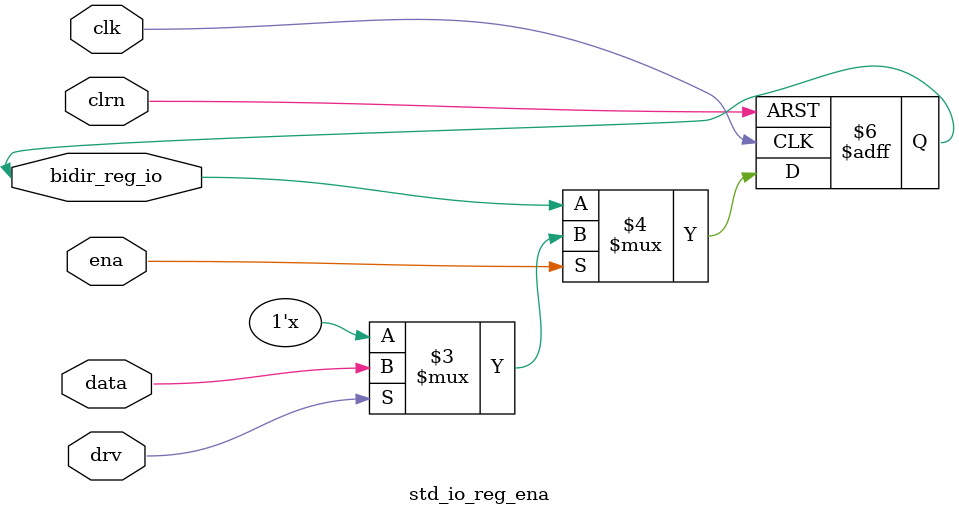
<source format=sv>
module std_io_reg_ena
(
	input clk,
	input clrn,
	input ena,
	input drv,
	input data,
	inout bidir_reg_io
);

// Tri-state registers are registers on inout ports.  As with any
// registers, their output can be updated synchronously or asynchronously.
always_ff @(posedge clk, negedge clrn) begin
	if (~clrn) begin
		bidir_reg_io <= 1'bZ;
	end else if(ena) begin
		bidir_reg_io <= drv ? data : 1'bZ;
	end
end

endmodule: std_io_reg_ena
</source>
